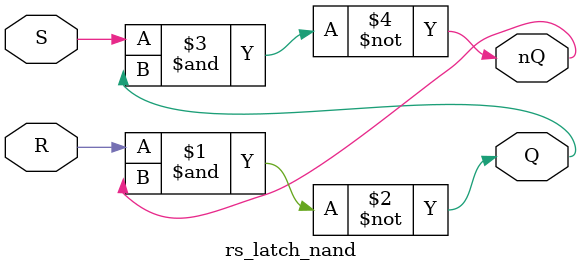
<source format=v>
`timescale 1ns / 1ps

module rs_latch_nand(input R, input S, output Q, output nQ);
assign Q =  ~(R&nQ);
assign nQ =  ~(S&Q);
endmodule

</source>
